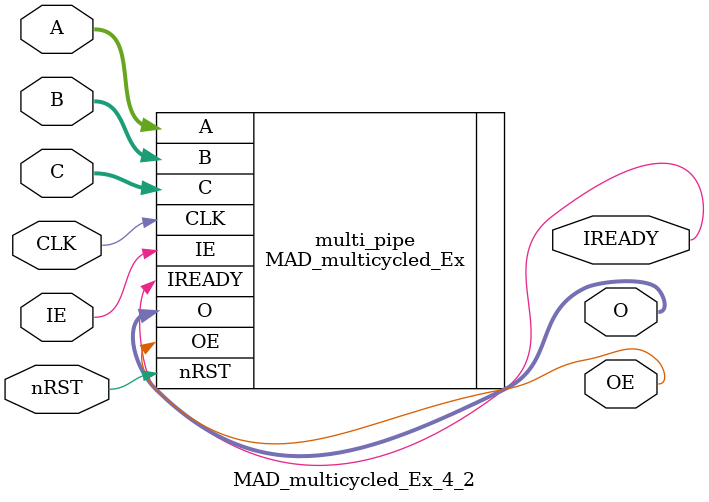
<source format=v>
`include "testdrive_system.vh"

module MAD_multicycled_Ex_4_2 (
	input					CLK,	// clock
	input					nRST,	// reset (active low)
	input					IE,		// input enable
	output					IREADY,	// input ready
	input	[31:0]			A,		// A
	input	[31:0]			B,		// B
	input	[31:0]			C,		// C
	output					OE,		// output enable
	output	[31:0]			O		// output
);

// definition & assignment ---------------------------------------------------

// implementation ------------------------------------------------------------
MAD_multicycled_Ex #(
	.CYCLE		(4),
	.COUNT		(2)
) multi_pipe (
	.CLK		(CLK),
	.nRST		(nRST),
	.IE			(IE),
	.IREADY		(IREADY),
	.A			(A),
	.B			(B),
	.C			(C),
	.OE			(OE),
	.O			(O)
);

endmodule

</source>
